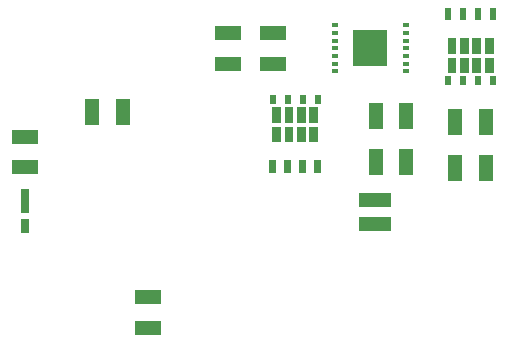
<source format=gtp>
G04*
G04 #@! TF.GenerationSoftware,Altium Limited,Altium Designer,20.0.2 (26)*
G04*
G04 Layer_Color=8421504*
%FSLAX44Y44*%
%MOMM*%
G71*
G01*
G75*
%ADD15R,1.2000X2.2000*%
%ADD16R,2.7500X1.2000*%
%ADD17R,2.2000X1.2000*%
%ADD18R,0.8000X2.0000*%
%ADD19R,0.8000X1.2000*%
%ADD20R,3.0000X3.1000*%
%ADD21R,0.6000X0.3950*%
G36*
X231410Y169560D02*
Y158840D01*
X225790D01*
Y169560D01*
X231410D01*
D02*
G37*
G36*
X244110D02*
Y158840D01*
X238490D01*
Y169560D01*
X244110D01*
D02*
G37*
G36*
X235690Y197740D02*
Y184800D01*
X228230D01*
Y197740D01*
X235690D01*
D02*
G37*
G36*
X246150D02*
Y184800D01*
X238690D01*
Y197740D01*
X246150D01*
D02*
G37*
G36*
X256810Y169560D02*
Y158840D01*
X251190D01*
Y169560D01*
X256810D01*
D02*
G37*
G36*
X269510D02*
Y158840D01*
X263890D01*
Y169560D01*
X269510D01*
D02*
G37*
G36*
X256610Y197740D02*
Y184800D01*
X249150D01*
Y197740D01*
X256610D01*
D02*
G37*
G36*
X267070D02*
Y184800D01*
X259610D01*
Y197740D01*
X267070D01*
D02*
G37*
G36*
X235690Y214180D02*
Y201240D01*
X228230D01*
Y214180D01*
X235690D01*
D02*
G37*
G36*
X246150D02*
Y201240D01*
X238690D01*
Y214180D01*
X246150D01*
D02*
G37*
G36*
X231140Y224700D02*
Y217040D01*
X226060D01*
Y224700D01*
X231140D01*
D02*
G37*
G36*
X243840D02*
Y217040D01*
X238760D01*
Y224700D01*
X243840D01*
D02*
G37*
G36*
X256610Y214180D02*
Y201240D01*
X249150D01*
Y214180D01*
X256610D01*
D02*
G37*
G36*
X267070D02*
Y201240D01*
X259610D01*
Y214180D01*
X267070D01*
D02*
G37*
G36*
X256540Y224700D02*
Y217040D01*
X251460D01*
Y224700D01*
X256540D01*
D02*
G37*
G36*
X269240D02*
Y217040D01*
X264160D01*
Y224700D01*
X269240D01*
D02*
G37*
G36*
X374650Y232740D02*
Y240400D01*
X379730D01*
Y232740D01*
X374650D01*
D02*
G37*
G36*
X387350D02*
Y240400D01*
X392430D01*
Y232740D01*
X387350D01*
D02*
G37*
G36*
X376820Y243260D02*
Y256200D01*
X384280D01*
Y243260D01*
X376820D01*
D02*
G37*
G36*
X387280D02*
Y256200D01*
X394740D01*
Y243260D01*
X387280D01*
D02*
G37*
G36*
X400050Y232740D02*
Y240400D01*
X405130D01*
Y232740D01*
X400050D01*
D02*
G37*
G36*
X412750D02*
Y240400D01*
X417830D01*
Y232740D01*
X412750D01*
D02*
G37*
G36*
X397740Y243260D02*
Y256200D01*
X405200D01*
Y243260D01*
X397740D01*
D02*
G37*
G36*
X408200D02*
Y256200D01*
X415660D01*
Y243260D01*
X408200D01*
D02*
G37*
G36*
X376820Y259700D02*
Y272640D01*
X384280D01*
Y259700D01*
X376820D01*
D02*
G37*
G36*
X387280D02*
Y272640D01*
X394740D01*
Y259700D01*
X387280D01*
D02*
G37*
G36*
X374380Y287880D02*
Y298600D01*
X380000D01*
Y287880D01*
X374380D01*
D02*
G37*
G36*
X387080D02*
Y298600D01*
X392700D01*
Y287880D01*
X387080D01*
D02*
G37*
G36*
X397740Y259700D02*
Y272640D01*
X405200D01*
Y259700D01*
X397740D01*
D02*
G37*
G36*
X408200D02*
Y272640D01*
X415660D01*
Y259700D01*
X408200D01*
D02*
G37*
G36*
X399780Y287880D02*
Y298600D01*
X405400D01*
Y287880D01*
X399780D01*
D02*
G37*
G36*
X412480D02*
Y298600D01*
X418100D01*
Y287880D01*
X412480D01*
D02*
G37*
D15*
X341930Y207010D02*
D03*
X315930D02*
D03*
X383240Y201930D02*
D03*
X409240D02*
D03*
X383240Y162560D02*
D03*
X409240D02*
D03*
X102000Y210000D02*
D03*
X76000D02*
D03*
X341930Y167640D02*
D03*
X315930D02*
D03*
D16*
X314960Y135730D02*
D03*
Y115730D02*
D03*
D17*
X190500Y251160D02*
D03*
Y277160D02*
D03*
X123190Y53640D02*
D03*
Y27640D02*
D03*
X228600Y251160D02*
D03*
Y277160D02*
D03*
X19050Y189530D02*
D03*
Y163530D02*
D03*
D18*
Y135210D02*
D03*
D19*
Y113710D02*
D03*
D20*
X311150Y264160D02*
D03*
D21*
X281150Y244660D02*
D03*
Y251160D02*
D03*
Y257660D02*
D03*
Y264160D02*
D03*
Y270660D02*
D03*
Y277160D02*
D03*
Y283660D02*
D03*
X341150Y244660D02*
D03*
Y251160D02*
D03*
Y257660D02*
D03*
Y264160D02*
D03*
Y270660D02*
D03*
Y277160D02*
D03*
Y283660D02*
D03*
M02*

</source>
